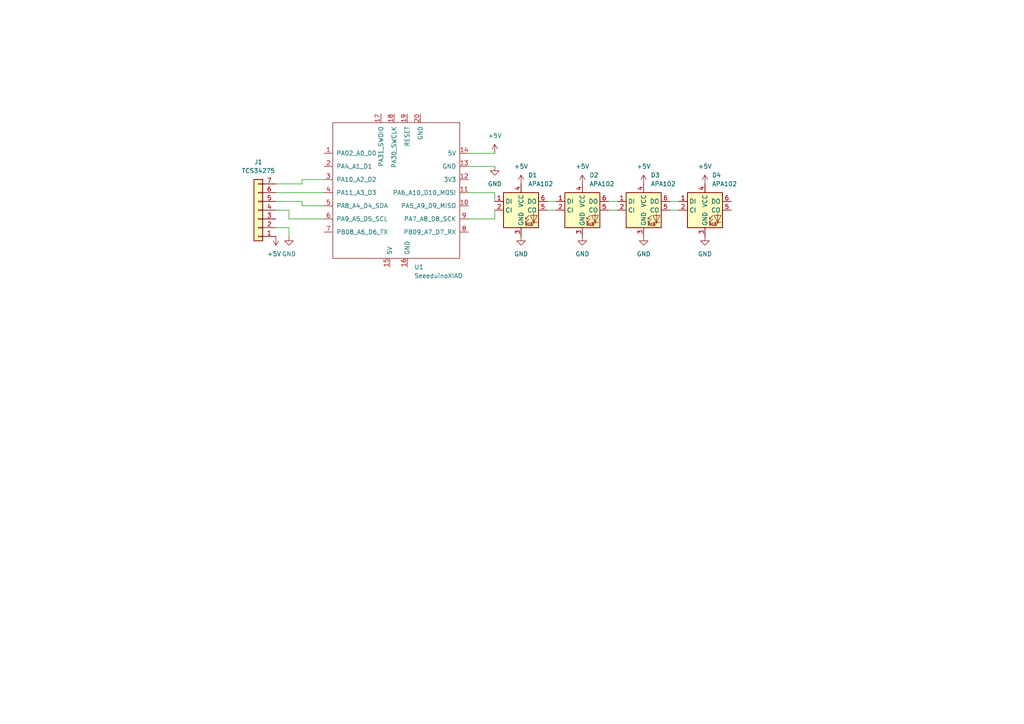
<source format=kicad_sch>
(kicad_sch (version 20211123) (generator eeschema)
  (paper "A4")
  (lib_symbols
    (symbol "Connector_Generic:Conn_01x07" (pin_names (offset 1.016) hide)
      (property "Reference" "J" (at 0 10.16 0))
      (property "Value" "Conn_01x07" (at 0 -10.16 0))
      (symbol "Conn_01x07_1_1"
        (rectangle (start -1.27 -7.493) (end 0 -7.747) (stroke (width 0.1524)))
        (rectangle (start -1.27 -4.953) (end 0 -5.207) (stroke (width 0.1524)))
        (rectangle (start -1.27 -2.413) (end 0 -2.667) (stroke (width 0.1524)))
        (rectangle (start -1.27 0.127) (end 0 -0.127) (stroke (width 0.1524)))
        (rectangle (start -1.27 2.667) (end 0 2.413) (stroke (width 0.1524)))
        (rectangle (start -1.27 5.207) (end 0 4.953) (stroke (width 0.1524)))
        (rectangle (start -1.27 7.747) (end 0 7.493) (stroke (width 0.1524)))
        (rectangle (start -1.27 8.89) (end 1.27 -8.89) (stroke (width 0.254)) (fill (type background)))
        (pin passive line (at -5.08 7.62 0) (length 3.81) (name "Pin_1") (number "1"))
        (pin passive line (at -5.08 5.08 0) (length 3.81) (name "Pin_2") (number "2"))
        (pin passive line (at -5.08 2.54 0) (length 3.81) (name "Pin_3") (number "3"))
        (pin passive line (at -5.08 0 0) (length 3.81) (name "Pin_4") (number "4"))
        (pin passive line (at -5.08 -2.54 0) (length 3.81) (name "Pin_5") (number "5"))
        (pin passive line (at -5.08 -5.08 0) (length 3.81) (name "Pin_6") (number "6"))
        (pin passive line (at -5.08 -7.62 0) (length 3.81) (name "Pin_7") (number "7"))
      )
    )
    (symbol "LED:APA102"
      (property "Reference" "D" (at 5.08 5.715 0))
      (property "Value" "APA102" (at 1.27 -5.715 0))
      (symbol "APA102_0_0"
        (text "RGB" (at 2.286 -4.191 0) (effects (font (size 0.762 0.762))))
      )
      (symbol "APA102_0_1"
        (polyline (pts (xy 1.27 -3.556) (xy 1.778 -3.556)))
        (polyline (pts (xy 1.27 -2.54) (xy 1.778 -2.54)))
        (polyline (pts (xy 4.699 -3.556) (xy 2.667 -3.556)))
        (polyline (pts (xy 2.286 -2.54) (xy 1.27 -3.556) (xy 1.27 -3.048)))
        (polyline (pts (xy 2.286 -1.524) (xy 1.27 -2.54) (xy 1.27 -2.032)))
        (polyline (pts (xy 3.683 -1.016) (xy 3.683 -3.556) (xy 3.683 -4.064)))
        (polyline (pts (xy 4.699 -1.524) (xy 2.667 -1.524) (xy 3.683 -3.556) (xy 4.699 -1.524)))
        (rectangle (start 5.08 5.08) (end -5.08 -5.08) (stroke (width 0.254)) (fill (type background)))
      )
      (symbol "APA102_1_1"
        (pin input line (at -7.62 2.54 0) (length 2.54) (name "DI") (number "1"))
        (pin input line (at -7.62 0 0) (length 2.54) (name "CI") (number "2"))
        (pin power_in line (at 0 -7.62 90) (length 2.54) (name "GND") (number "3"))
        (pin power_in line (at 0 7.62 270) (length 2.54) (name "VCC") (number "4"))
        (pin output line (at 7.62 0 180) (length 2.54) (name "CO") (number "5"))
        (pin output line (at 7.62 2.54 180) (length 2.54) (name "DO") (number "6"))
      )
    )
    (symbol "XIAO:SeeeduinoXIAO" (pin_names (offset 1.016))
      (property "Reference" "U" (at -19.05 22.86 0))
      (property "Value" "SeeeduinoXIAO" (at -12.7 21.59 0))
      (symbol "SeeeduinoXIAO_0_1"
        (rectangle (start -19.05 20.32) (end 17.78 -19.05))
      )
      (symbol "SeeeduinoXIAO_1_1"
        (pin unspecified line (at -21.59 11.43 0) (length 2.54) (name "PA02_A0_D0") (number "1"))
        (pin unspecified line (at 20.32 -3.81 180) (length 2.54) (name "PA5_A9_D9_MISO") (number "10"))
        (pin unspecified line (at 20.32 0 180) (length 2.54) (name "PA6_A10_D10_MOSI") (number "11"))
        (pin unspecified line (at 20.32 3.81 180) (length 2.54) (name "3V3") (number "12"))
        (pin unspecified line (at 20.32 7.62 180) (length 2.54) (name "GND") (number "13"))
        (pin unspecified line (at 20.32 11.43 180) (length 2.54) (name "5V") (number "14"))
        (pin input line (at -2.54 -21.59 90) (length 2.54) (name "5V") (number "15"))
        (pin input line (at 2.54 -21.59 90) (length 2.54) (name "GND") (number "16"))
        (pin input line (at -5.08 22.86 270) (length 2.54) (name "PA31_SWDIO") (number "17"))
        (pin input line (at -1.27 22.86 270) (length 2.54) (name "PA30_SWCLK") (number "18"))
        (pin input line (at 2.54 22.86 270) (length 2.54) (name "RESET") (number "19"))
        (pin unspecified line (at -21.59 7.62 0) (length 2.54) (name "PA4_A1_D1") (number "2"))
        (pin input line (at 6.35 22.86 270) (length 2.54) (name "GND") (number "20"))
        (pin unspecified line (at -21.59 3.81 0) (length 2.54) (name "PA10_A2_D2") (number "3"))
        (pin unspecified line (at -21.59 0 0) (length 2.54) (name "PA11_A3_D3") (number "4"))
        (pin unspecified line (at -21.59 -3.81 0) (length 2.54) (name "PA8_A4_D4_SDA") (number "5"))
        (pin unspecified line (at -21.59 -7.62 0) (length 2.54) (name "PA9_A5_D5_SCL") (number "6"))
        (pin unspecified line (at -21.59 -11.43 0) (length 2.54) (name "PB08_A6_D6_TX") (number "7"))
        (pin unspecified line (at 20.32 -11.43 180) (length 2.54) (name "PB09_A7_D7_RX") (number "8"))
        (pin unspecified line (at 20.32 -7.62 180) (length 2.54) (name "PA7_A8_D8_SCK") (number "9"))
      )
    )
    (symbol "power:+5V" (power) (pin_names (offset 0))
      (property "Value" "+5V" (at 0 3.556 0))
      (symbol "+5V_0_1"
        (polyline (pts (xy -0.762 1.27) (xy 0 2.54)))
        (polyline (pts (xy 0 0) (xy 0 2.54)))
        (polyline (pts (xy 0 2.54) (xy 0.762 1.27)))
      )
      (symbol "+5V_1_1"
        (pin power_in line (at 0 0 90) (length 0) hide (name "+5V") (number "1"))
      )
    )
    (symbol "power:GND" (power) (pin_names (offset 0))
      (property "Value" "GND" (at 0 -3.81 0))
      (symbol "GND_0_1"
        (polyline (pts (xy 0 0) (xy 0 -1.27) (xy 1.27 -1.27) (xy 0 -2.54) (xy -1.27 -1.27) (xy 0 -1.27)))
      )
      (symbol "GND_1_1"
        (pin power_in line (at 0 0 270) (length 0) hide (name "GND") (number "1"))
      )
    )
  )
  (wire (pts (xy 194.31 58.42) (xy 196.85 58.42)))
  (wire (pts (xy 87.63 59.69) (xy 93.98 59.69)))
  (wire (pts (xy 87.63 53.34) (xy 87.63 52.07)))
  (wire (pts (xy 80.01 53.34) (xy 87.63 53.34)))
  (wire (pts (xy 83.82 63.5) (xy 93.98 63.5)))
  (wire (pts (xy 135.89 63.5) (xy 143.51 63.5)))
  (wire (pts (xy 87.63 52.07) (xy 93.98 52.07)))
  (wire (pts (xy 83.82 66.04) (xy 83.82 68.58)))
  (wire (pts (xy 158.75 60.96) (xy 161.29 60.96)))
  (wire (pts (xy 87.63 58.42) (xy 87.63 59.69)))
  (wire (pts (xy 194.31 60.96) (xy 196.85 60.96)))
  (wire (pts (xy 83.82 60.96) (xy 83.82 63.5)))
  (wire (pts (xy 80.01 66.04) (xy 83.82 66.04)))
  (wire (pts (xy 135.89 48.26) (xy 143.51 48.26)))
  (wire (pts (xy 135.89 55.88) (xy 143.51 55.88)))
  (wire (pts (xy 80.01 58.42) (xy 87.63 58.42)))
  (wire (pts (xy 176.53 60.96) (xy 179.07 60.96)))
  (wire (pts (xy 158.75 58.42) (xy 161.29 58.42)))
  (wire (pts (xy 80.01 60.96) (xy 83.82 60.96)))
  (wire (pts (xy 143.51 55.88) (xy 143.51 58.42)))
  (wire (pts (xy 135.89 44.45) (xy 143.51 44.45)))
  (wire (pts (xy 143.51 63.5) (xy 143.51 60.96)))
  (wire (pts (xy 80.01 55.88) (xy 93.98 55.88)))
  (wire (pts (xy 176.53 58.42) (xy 179.07 58.42)))
  (symbol (lib_id "power:+5V") (at 151.13 53.34 0) (unit 1)
    (property "Reference" "#PWR0102" (effects hide))
    (property "Value" "+5V" (at 151.13 48.26 0))
  )
  (symbol (lib_id "Connector_Generic:Conn_01x07") (at 74.93 60.96 180) (unit 1)
    (property "Reference" "J1" (at 74.93 46.99 0))
    (property "Value" "TCS34275" (at 74.93 49.53 0))
    (property "Footprint" "Connector_PinHeader_2.54mm:PinHeader_1x07_P2.54mm_Vertical" (effects hide))
  )
  (symbol (lib_id "power:+5V") (at 186.69 53.34 0) (unit 1)
    (property "Reference" "#PWR0106" (effects hide))
    (property "Value" "+5V" (at 186.69 48.26 0))
  )
  (symbol (lib_id "power:GND") (at 186.69 68.58 0) (unit 1)
    (property "Reference" "#PWR0105" (effects hide))
    (property "Value" "GND" (at 186.69 73.66 0))
  )
  (symbol (lib_id "power:+5V") (at 80.01 68.58 180) (unit 1)
    (property "Reference" "#PWR0112" (effects hide))
    (property "Value" "+5V" (at 77.47 73.66 0) (effects (justify right)))
  )
  (symbol (lib_id "power:GND") (at 83.82 68.58 0) (unit 1)
    (property "Reference" "#PWR0111" (effects hide))
    (property "Value" "GND" (at 83.82 73.66 0))
  )
  (symbol (lib_id "power:+5V") (at 143.51 44.45 0) (unit 1)
    (property "Reference" "#PWR0104" (effects hide))
    (property "Value" "+5V" (at 143.51 39.37 0))
  )
  (symbol (lib_id "power:+5V") (at 168.91 53.34 0) (unit 1)
    (property "Reference" "#PWR0109" (effects hide))
    (property "Value" "+5V" (at 168.91 48.26 0))
  )
  (symbol (lib_id "XIAO:SeeeduinoXIAO") (at 115.57 55.88 0) (unit 1)
    (property "Reference" "U1" (at 120.1294 77.47 0) (effects (justify left)))
    (property "Value" "SeeeduinoXIAO" (at 120.1294 80.01 0) (effects (justify left)))
    (property "Footprint" "Seeeduino XIAO:Seeeduino XIAO-MOUDLE14P-2.54-21X17.8MM" (effects hide))
  )
  (symbol (lib_id "LED:APA102") (at 186.69 60.96 0) (unit 1)
    (property "Reference" "D3" (at 188.7094 50.8 0) (effects (justify left)))
    (property "Value" "APA102" (at 188.7094 53.34 0) (effects (justify left)))
    (property "Footprint" "LED_SMD:LED_RGB_5050-6" (effects hide))
    (property "Datasheet" "http://www.led-color.com/upload/201506/APA102%20LED.pdf" (effects hide))
  )
  (symbol (lib_id "power:GND") (at 168.91 68.58 0) (unit 1)
    (property "Reference" "#PWR0110" (effects hide))
    (property "Value" "GND" (at 168.91 73.66 0))
  )
  (symbol (lib_id "LED:APA102") (at 151.13 60.96 0) (unit 1)
    (property "Reference" "D1" (at 153.1494 50.8 0) (effects (justify left)))
    (property "Value" "APA102" (at 153.1494 53.34 0) (effects (justify left)))
    (property "Footprint" "LED_SMD:LED_RGB_5050-6" (effects hide))
    (property "Datasheet" "http://www.led-color.com/upload/201506/APA102%20LED.pdf" (effects hide))
  )
  (symbol (lib_id "power:+5V") (at 204.47 53.34 0) (unit 1)
    (property "Reference" "#PWR0108" (effects hide))
    (property "Value" "+5V" (at 204.47 48.26 0))
  )
  (symbol (lib_id "power:GND") (at 204.47 68.58 0) (unit 1)
    (property "Reference" "#PWR0107" (effects hide))
    (property "Value" "GND" (at 204.47 73.66 0))
  )
  (symbol (lib_id "power:GND") (at 143.51 48.26 0) (unit 1)
    (property "Reference" "#PWR0103" (effects hide))
    (property "Value" "GND" (at 143.51 53.34 0))
  )
  (symbol (lib_id "power:GND") (at 151.13 68.58 0) (unit 1)
    (property "Reference" "#PWR0101" (effects hide))
    (property "Value" "GND" (at 151.13 73.66 0))
  )
  (symbol (lib_id "LED:APA102") (at 168.91 60.96 0) (unit 1)
    (property "Reference" "D2" (at 170.9294 50.8 0) (effects (justify left)))
    (property "Value" "APA102" (at 170.9294 53.34 0) (effects (justify left)))
    (property "Footprint" "LED_SMD:LED_RGB_5050-6" (effects hide))
    (property "Datasheet" "http://www.led-color.com/upload/201506/APA102%20LED.pdf" (effects hide))
  )
  (symbol (lib_id "LED:APA102") (at 204.47 60.96 0) (unit 1)
    (property "Reference" "D4" (at 206.4894 50.8 0) (effects (justify left)))
    (property "Value" "APA102" (at 206.4894 53.34 0) (effects (justify left)))
    (property "Footprint" "LED_SMD:LED_RGB_5050-6" (effects hide))
    (property "Datasheet" "http://www.led-color.com/upload/201506/APA102%20LED.pdf" (effects hide))
  )
)
</source>
